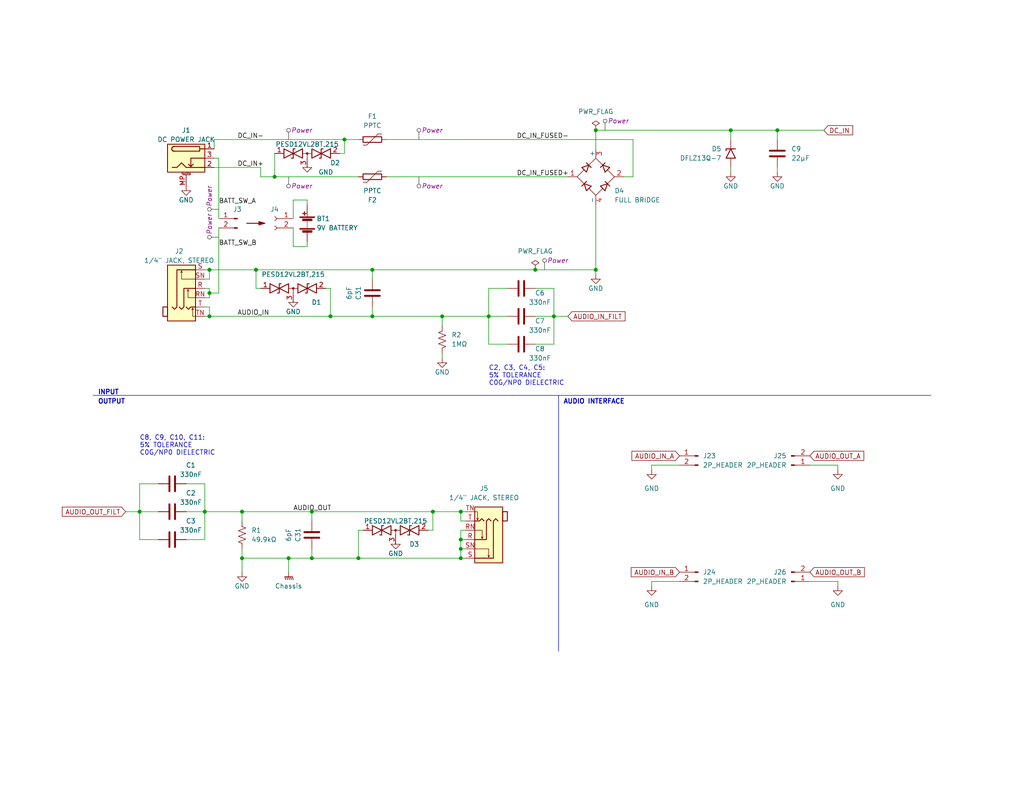
<source format=kicad_sch>
(kicad_sch (version 20230121) (generator eeschema)
  (paper "USLetter")
  (title_block (title "Baseboard") (date "2023-04-28") (rev "A") (company "Alessandro Rizzoni") (comment 1 "SCHEMATIC") (comment 2 "DRAFT") (comment 3 "AIR") (comment 5 "1: ALL COMPONENTS 25V RATING OR GREATER") (comment 6 "2: ALL RESISTORS LOW NOISE THIN FILM, 1% TOLERANCE OR SMALLER, 1/10W RATING OR GREATER") (comment 7 "3: ALL CAPACITORS MLCC, X5R OR X7R DIELECTRIC, 10% TOLERANCE OR SMALLER") (comment 8 "4: DO NOT POPULATE NOTE --TODO--") (comment 9 "5: PCB LAYOUT ACCORDING TO DATASHEET FOR ALL COMPONENTS"))
  (lib_symbols
    (symbol "Connector:Conn_01x02_Female" (pin_names (offset 1.016) hide)
      (property "Reference" "J" (at 0 2.54 0))
      (property "Value" "Conn_01x02_Female" (at 0 -5.08 0))
      (symbol "Conn_01x02_Female_1_1"
        (arc (start 0 -2.032) (mid -0.5058 -2.54) (end 0 -3.048) (stroke (width 0.1524)))
        (polyline (pts (xy -1.27 -2.54) (xy -0.508 -2.54)) (stroke (width 0.1524)))
        (polyline (pts (xy -1.27 0) (xy -0.508 0)) (stroke (width 0.1524)))
        (arc (start 0 0.508) (mid -0.5058 0) (end 0 -0.508) (stroke (width 0.1524)))
        (pin passive line (at -5.08 0 0) (length 3.81) (name "Pin_1") (number "1"))
        (pin passive line (at -5.08 -2.54 0) (length 3.81) (name "Pin_2") (number "2"))
      )
    )
    (symbol "Connector:Conn_01x02_Male" (pin_names (offset 1.016) hide)
      (property "Reference" "J" (at 0 2.54 0))
      (property "Value" "Conn_01x02_Male" (at 0 -5.08 0))
      (symbol "Conn_01x02_Male_1_1"
        (polyline (pts (xy 1.27 -2.54) (xy 0.8636 -2.54)) (stroke (width 0.1524)))
        (polyline (pts (xy 1.27 0) (xy 0.8636 0)) (stroke (width 0.1524)))
        (rectangle (start 0.8636 -2.413) (end 0 -2.667) (stroke (width 0.1524)) (fill (type outline)))
        (rectangle (start 0.8636 0.127) (end 0 -0.127) (stroke (width 0.1524)) (fill (type outline)))
        (pin passive line (at 5.08 0 180) (length 3.81) (name "Pin_1") (number "1"))
        (pin passive line (at 5.08 -2.54 180) (length 3.81) (name "Pin_2") (number "2"))
      )
    )
    (symbol "Device:Battery" (pin_numbers hide) (pin_names (offset 0) hide)
      (property "Reference" "BT" (at 2.54 2.54 0))
      (property "Value" "Battery" (at 2.54 0 0))
      (symbol "Battery_0_1"
        (rectangle (start -2.032 -1.397) (end 2.032 -1.651) (fill (type outline)))
        (rectangle (start -2.032 1.778) (end 2.032 1.524) (fill (type outline)))
        (rectangle (start -1.3208 -1.9812) (end 1.27 -2.4892) (fill (type outline)))
        (rectangle (start -1.3208 1.1938) (end 1.27 0.6858) (fill (type outline)))
        (polyline (pts (xy 0 -1.524) (xy 0 -1.27)))
        (polyline (pts (xy 0 -1.016) (xy 0 -0.762)))
        (polyline (pts (xy 0 -0.508) (xy 0 -0.254)))
        (polyline (pts (xy 0 0) (xy 0 0.254)))
        (polyline (pts (xy 0 0.508) (xy 0 0.762)))
        (polyline (pts (xy 0 1.778) (xy 0 2.54)))
        (polyline (pts (xy 0.254 2.667) (xy 1.27 2.667)) (stroke (width 0.254)))
        (polyline (pts (xy 0.762 3.175) (xy 0.762 2.159)) (stroke (width 0.254)))
      )
      (symbol "Battery_1_1"
        (pin passive line (at 0 5.08 270) (length 2.54) (name "+") (number "1"))
        (pin passive line (at 0 -5.08 90) (length 2.54) (name "-") (number "2"))
      )
    )
    (symbol "Device:C" (pin_numbers hide) (pin_names (offset 0.254))
      (property "Reference" "C" (at 0.635 2.54 0))
      (property "Value" "C" (at 0.635 -2.54 0))
      (symbol "C_0_1"
        (polyline (pts (xy -2.032 -0.762) (xy 2.032 -0.762)) (stroke (width 0.508)))
        (polyline (pts (xy -2.032 0.762) (xy 2.032 0.762)) (stroke (width 0.508)))
      )
      (symbol "C_1_1"
        (pin passive line (at 0 3.81 270) (length 2.794) (name "~") (number "1"))
        (pin passive line (at 0 -3.81 90) (length 2.794) (name "~") (number "2"))
      )
    )
    (symbol "Device:R_US" (pin_numbers hide) (pin_names (offset 0))
      (property "Reference" "R" (at 2.54 0 90))
      (property "Value" "R_US" (at -2.54 0 90))
      (symbol "R_US_0_1"
        (polyline (pts (xy 0 -2.286) (xy 0 -2.54)))
        (polyline (pts (xy 0 2.286) (xy 0 2.54)))
        (polyline (pts (xy 0 -0.762) (xy 1.016 -1.143) (xy 0 -1.524) (xy -1.016 -1.905) (xy 0 -2.286)))
        (polyline (pts (xy 0 0.762) (xy 1.016 0.381) (xy 0 0) (xy -1.016 -0.381) (xy 0 -0.762)))
        (polyline (pts (xy 0 2.286) (xy 1.016 1.905) (xy 0 1.524) (xy -1.016 1.143) (xy 0 0.762)))
      )
      (symbol "R_US_1_1"
        (pin passive line (at 0 3.81 270) (length 1.27) (name "~") (number "1"))
        (pin passive line (at 0 -3.81 90) (length 1.27) (name "~") (number "2"))
      )
    )
    (symbol "Graphic:SYM_Arrow_Normal" (pin_names (offset 1.016))
      (symbol "SYM_Arrow_Normal_0_1"
        (polyline (pts (xy 1.524 0) (xy -2.54 0)) (stroke (width 0.254)))
        (polyline (pts (xy 2.54 0) (xy 0.762 -0.508) (xy 0.762 0.508) (xy 2.54 0)) (fill (type outline)))
      )
    )
    (symbol "Library:1206L005/60WR" (pin_numbers hide) (pin_names (offset 0))
      (property "Reference" "F1" (at 0 6.35 90))
      (property "Value" "PPTC" (at 0 3.81 90))
      (symbol "1206L005/60WR_0_1"
        (rectangle (start -0.762 2.54) (end 0.762 -2.54) (stroke (width 0.254)))
        (polyline (pts (xy -1.524 2.54) (xy -1.524 1.524) (xy 1.524 -1.524) (xy 1.524 -2.54)))
      )
      (symbol "1206L005/60WR_1_1"
        (pin passive line (at 0 3.81 270) (length 1.27) (name "~") (number "1"))
        (pin passive line (at 0 -3.81 90) (length 1.27) (name "~") (number "2"))
      )
    )
    (symbol "Library:ACJS-IHS"
      (property "Reference" "J2" (at -1.905 11.43 0))
      (property "Value" "1/4\" JACK, STEREO" (at -1.905 8.89 0))
      (symbol "ACJS-IHS_0_1"
        (rectangle (start -6.35 -5.08) (end -5.08 -7.62) (stroke (width 0.254)))
        (polyline (pts (xy -1.27 4.826) (xy -1.016 4.318)))
        (polyline (pts (xy 0.508 -0.254) (xy 0.762 -0.762)))
        (polyline (pts (xy 1.778 -5.334) (xy 2.032 -5.842)))
        (polyline (pts (xy 0 -5.08) (xy 0.635 -5.715) (xy 1.27 -5.08) (xy 2.54 -5.08)) (stroke (width 0.254)))
        (polyline (pts (xy 2.54 -7.62) (xy 1.778 -7.62) (xy 1.778 -5.334) (xy 1.524 -5.842)))
        (polyline (pts (xy 2.54 -2.54) (xy 0.508 -2.54) (xy 0.508 -0.254) (xy 0.254 -0.762)))
        (polyline (pts (xy 2.54 2.54) (xy -1.27 2.54) (xy -1.27 4.826) (xy -1.524 4.318)))
        (polyline (pts (xy -1.905 -5.08) (xy -1.27 -5.715) (xy -0.635 -5.08) (xy -0.635 0) (xy 2.54 0)) (stroke (width 0.254)))
        (polyline (pts (xy 2.54 5.08) (xy -2.54 5.08) (xy -2.54 -5.08) (xy -3.175 -5.715) (xy -3.81 -5.08)) (stroke (width 0.254)))
        (rectangle (start 2.54 6.35) (end -5.08 -8.89) (stroke (width 0.254)) (fill (type background)))
      )
      (symbol "ACJS-IHS_1_1"
        (pin passive line (at 5.08 0 180) (length 2.54) (name "~") (number "R"))
        (pin passive line (at 5.08 -2.54 180) (length 2.54) (name "~") (number "RN"))
        (pin passive line (at 5.08 5.08 180) (length 2.54) (name "~") (number "S"))
        (pin passive line (at 5.08 2.54 180) (length 2.54) (name "~") (number "SN"))
        (pin passive line (at 5.08 -5.08 180) (length 2.54) (name "~") (number "T"))
        (pin passive line (at 5.08 -7.62 180) (length 2.54) (name "~") (number "TN"))
      )
    )
    (symbol "Library:Chassis" (pin_names (offset 0))
      (property "Value" "Chassis" (at 0 -3.302 0))
      (symbol "Chassis_0_1"
        (polyline (pts (xy 0 -1.27) (xy 0 0)))
        (polyline (pts (xy -1.016 -1.27) (xy -1.27 -2.032) (xy -1.27 -2.032)) (stroke (width 0.2032)))
        (polyline (pts (xy -0.508 -1.27) (xy -0.762 -2.032) (xy -0.762 -2.032)) (stroke (width 0.2032)))
        (polyline (pts (xy 0 -1.27) (xy -0.254 -2.032) (xy -0.254 -2.032)) (stroke (width 0.2032)))
        (polyline (pts (xy 0.508 -1.27) (xy 0.254 -2.032) (xy 0.254 -2.032)) (stroke (width 0.2032)))
        (polyline (pts (xy 1.016 -1.27) (xy -1.016 -1.27) (xy -1.016 -1.27)) (stroke (width 0.2032)))
        (polyline (pts (xy 1.016 -1.27) (xy 0.762 -2.032) (xy 0.762 -2.032) (xy 0.762 -2.032)) (stroke (width 0.2032)))
      )
      (symbol "Chassis_1_1"
        (pin power_in line (at 0 0 270) (length 0) hide (name "GNDPWR") (number "1"))
      )
    )
    (symbol "Library:DC_POWER_JACK" (pin_names hide)
      (property "Reference" "J1" (at 0 8.89 0))
      (property "Value" "DC POWER JACK" (at 0 6.35 0))
      (symbol "DC_POWER_JACK_0_1"
        (rectangle (start -5.08 3.81) (end 5.08 -3.81) (stroke (width 0.254)) (fill (type background)))
        (arc (start -3.302 3.175) (mid -3.9343 2.54) (end -3.302 1.905) (stroke (width 0.254)))
        (arc (start -3.302 3.175) (mid -3.9343 2.54) (end -3.302 1.905) (stroke (width 0.254)))
        (polyline (pts (xy 1.27 -2.286) (xy 1.905 -1.651)) (stroke (width 0.254)))
        (polyline (pts (xy 5.08 2.54) (xy 3.81 2.54)) (stroke (width 0.254)))
        (polyline (pts (xy -3.302 3.175) (xy 3.683 3.175) (xy 3.683 1.905) (xy -3.302 1.905)) (stroke (width 0.254)))
        (polyline (pts (xy 5.08 0) (xy 1.27 0) (xy 1.27 -2.286) (xy 0.635 -1.651)) (stroke (width 0.254)))
        (polyline (pts (xy -3.81 -2.54) (xy -2.54 -2.54) (xy -1.27 -1.27) (xy 0 -2.54) (xy 2.54 -2.54) (xy 5.08 -2.54)) (stroke (width 0.254)))
      )
      (symbol "DC_POWER_JACK_1_1"
        (polyline (pts (xy -1.016 -4.572) (xy 1.016 -4.572)) (stroke (width 0.1524)))
        (text "Mounting" (at 0 -4.191 0) (effects (font (size 0.381 0.381))))
        (pin passive line (at 7.62 2.54 180) (length 2.54) (name "~") (number "1"))
        (pin passive line (at 7.62 -2.54 180) (length 2.54) (name "~") (number "2"))
        (pin passive line (at 7.62 0 180) (length 2.54) (name "~") (number "3"))
        (pin passive line (at 0 -7.62 90) (length 3.048) (name "MountPin") (number "MP"))
      )
    )
    (symbol "Library:DFLZ13Q-7" (pin_numbers hide) (pin_names (offset 1.016) hide)
      (property "Reference" "D3" (at -2.54 1.27 90))
      (property "Value" "DFLZ13Q-7" (at -2.54 -1.27 90))
      (property "Footprint" "Diode_SMD:D_PowerDI-123" (at -2.54 -5.08 90))
      (property "Part Number" "DFLZ13Q-7" (at -5.08 -3.81 90))
      (symbol "DFLZ13Q-7_0_1"
        (polyline (pts (xy -1.27 -1.27) (xy -1.27 1.27) (xy -0.762 1.27)) (stroke (width 0.254)))
        (polyline (pts (xy 1.27 -1.27) (xy 1.27 1.27) (xy -1.27 0) (xy 1.27 -1.27)) (stroke (width 0.254)))
      )
      (symbol "DFLZ13Q-7_1_1"
        (pin passive line (at -3.81 0 0) (length 2.54) (name "K") (number "1"))
        (pin passive line (at 3.81 0 180) (length 2.54) (name "A") (number "2"))
      )
    )
    (symbol "Library:Ground" (power) (pin_names (offset 0))
      (property "Value" "Ground" (at 0 -3.81 0))
      (symbol "Ground_0_1"
        (polyline (pts (xy 0 0) (xy 0 -1.27) (xy 1.27 -1.27) (xy 0 -2.54) (xy -1.27 -1.27) (xy 0 -1.27)))
      )
      (symbol "Ground_1_1"
        (pin power_in line (at 0 0 270) (length 0) hide (name "GND") (number "1"))
      )
    )
    (symbol "Library:PESD12VL2BT,215" (pin_names (offset 1.016) hide)
      (property "Reference" "D1" (at 0 6.35 0))
      (property "Value" "PESD12VL2BT,215" (at 0 3.81 0))
      (symbol "PESD12VL2BT,215_0_0"
        (polyline (pts (xy 0 -1.27) (xy 0 0)))
      )
      (symbol "PESD12VL2BT,215_0_1"
        (polyline (pts (xy 1.27 0) (xy -1.27 0)))
        (polyline (pts (xy -3.302 1.27) (xy -3.81 1.27) (xy -3.81 -1.27) (xy -4.318 -1.27)) (stroke (width 0.254)))
        (polyline (pts (xy 4.318 1.27) (xy 3.81 1.27) (xy 3.81 -1.27) (xy 3.302 -1.27)) (stroke (width 0.254)))
        (polyline (pts (xy -6.35 1.27) (xy -1.27 -1.27) (xy -1.27 1.27) (xy -6.35 -1.27) (xy -6.35 1.27)) (stroke (width 0.254)))
        (polyline (pts (xy 6.35 1.27) (xy 1.27 -1.27) (xy 1.27 1.27) (xy 6.35 -1.27) (xy 6.35 1.27)) (stroke (width 0.254)))
        (circle (center 0 0) (radius 0.254) (fill (type outline)))
      )
      (symbol "PESD12VL2BT,215_1_1"
        (pin passive line (at -8.89 0 0) (length 2.54) (name "A1") (number "1"))
        (pin passive line (at 8.89 0 180) (length 2.54) (name "A2") (number "2"))
        (pin input line (at 0 -3.81 90) (length 2.54) (name "common") (number "3"))
      )
    )
    (symbol "Library:RH06T" (pin_names (offset 0))
      (property "Reference" "D2" (at 3.175 -6.35 90))
      (property "Value" "FULL BRIDGE" (at 5.08 -6.35 90))
      (symbol "RH06T_0_1"
        (polyline (pts (xy -2.54 3.81) (xy -1.27 2.54)) (stroke (width 0.254)))
        (polyline (pts (xy -1.27 -2.54) (xy -2.54 -3.81)) (stroke (width 0.254)))
        (polyline (pts (xy 2.54 -1.27) (xy 3.81 -2.54)) (stroke (width 0.254)))
        (polyline (pts (xy 2.54 1.27) (xy 3.81 2.54)) (stroke (width 0.254)))
        (polyline (pts (xy -3.175 1.905) (xy -5.08 0) (xy -3.175 -1.905)))
        (polyline (pts (xy -1.905 -3.175) (xy 0 -5.08) (xy 1.905 -3.175)))
        (polyline (pts (xy 1.905 3.175) (xy 0 5.08) (xy -1.905 3.175)))
        (polyline (pts (xy 3.175 -1.905) (xy 5.08 0) (xy 3.175 1.905)))
        (polyline (pts (xy -3.81 2.54) (xy -2.54 1.27) (xy -1.905 3.175) (xy -3.81 2.54)) (stroke (width 0.254)))
        (polyline (pts (xy -2.54 -1.27) (xy -3.81 -2.54) (xy -1.905 -3.175) (xy -2.54 -1.27)) (stroke (width 0.254)))
        (polyline (pts (xy 1.27 2.54) (xy 2.54 3.81) (xy 3.175 1.905) (xy 1.27 2.54)) (stroke (width 0.254)))
        (polyline (pts (xy 3.175 -1.905) (xy 1.27 -2.54) (xy 2.54 -3.81) (xy 3.175 -1.905)) (stroke (width 0.254)))
      )
      (symbol "RH06T_1_1"
        (pin passive line (at 0 -7.62 90) (length 2.54) (name "~") (number "1"))
        (pin passive line (at 0 7.62 270) (length 2.54) (name "~") (number "2"))
        (pin passive line (at 7.62 0 180) (length 2.54) (name "+") (number "3"))
        (pin passive line (at -7.62 0 0) (length 2.54) (name "-") (number "4"))
      )
    )
    (symbol "PWR_FLAG_1" (power) (pin_numbers hide) (pin_names (offset 0) hide)
      (property "Value" "PWR_FLAG_1" (at 0 3.81 0))
      (symbol "PWR_FLAG_1_0_0"
        (pin power_out line (at 0 0 90) (length 0) (name "pwr") (number "1"))
      )
      (symbol "PWR_FLAG_1_0_1"
        (polyline (pts (xy 0 0) (xy 0 1.27) (xy -1.016 1.905) (xy 0 2.54) (xy 1.016 1.905) (xy 0 1.27)))
      )
    )
    (symbol "power:PWR_FLAG" (power) (pin_numbers hide) (pin_names (offset 0) hide)
      (property "Value" "PWR_FLAG" (at 0 3.81 0))
      (symbol "PWR_FLAG_0_0"
        (pin power_out line (at 0 0 90) (length 0) (name "pwr") (number "1"))
      )
      (symbol "PWR_FLAG_0_1"
        (polyline (pts (xy 0 0) (xy 0 1.27) (xy -1.016 1.905) (xy 0 2.54) (xy 1.016 1.905) (xy 0 1.27)))
      )
    )
  )
  (junction (at 57.15 80.01))
  (junction (at 146.05 73.66))
  (junction (at 90.17 86.36))
  (junction (at 151.13 86.36))
  (junction (at 57.15 86.36))
  (junction (at 212.09 35.56))
  (junction (at 66.04 139.7))
  (junction (at 199.39 35.56))
  (junction (at 125.73 152.4))
  (junction (at 57.15 73.66))
  (junction (at 162.56 35.56))
  (junction (at 85.09 139.7))
  (junction (at 125.73 149.86))
  (junction (at 101.6 86.36))
  (junction (at 74.93 48.26))
  (junction (at 78.74 152.4))
  (junction (at 97.79 152.4))
  (junction (at 118.11 139.7))
  (junction (at 120.65 86.36))
  (junction (at 125.73 139.7))
  (junction (at 133.35 86.36))
  (junction (at 38.1 139.7))
  (junction (at 69.85 73.66))
  (junction (at 93.98 38.1))
  (junction (at 125.73 147.32))
  (junction (at 101.6 73.66))
  (junction (at 162.56 73.66))
  (junction (at 66.04 152.4))
  (junction (at 85.09 152.4))
  (junction (at 55.88 139.7))
  (wire (pts (xy 55.88 147.32) (xy 50.8 147.32)))
  (wire (pts (xy 228.6 160.02) (xy 228.6 158.75)))
  (wire (pts (xy 90.17 78.74) (xy 90.17 86.36)))
  (wire (pts (xy 83.82 44.45) (xy 83.82 45.72)))
  (wire (pts (xy 58.42 43.18) (xy 59.69 43.18)))
  (wire (pts (xy 97.79 144.78) (xy 97.79 152.4)))
  (wire (pts (xy 120.65 96.52) (xy 120.65 97.79)))
  (wire (pts (xy 59.69 62.23) (xy 59.69 80.01)))
  (wire (pts (xy 133.35 86.36) (xy 133.35 93.98)))
  (wire (pts (xy 80.01 81.28) (xy 80.01 82.55)))
  (wire (pts (xy 57.15 86.36) (xy 57.15 83.82)))
  (wire (pts (xy 57.15 80.01) (xy 59.69 80.01)))
  (wire (pts (xy 162.56 35.56) (xy 162.56 40.64)))
  (wire (pts (xy 38.1 147.32) (xy 43.18 147.32)))
  (wire (pts (xy 57.15 73.66) (xy 57.15 76.2)))
  (wire (pts (xy 71.12 78.74) (xy 69.85 78.74)))
  (wire (pts (xy 80.01 67.31) (xy 83.82 67.31)))
  (polyline (pts (xy 152.4 107.95) (xy 152.4 177.8)))
  (wire (pts (xy 151.13 78.74) (xy 151.13 86.36)))
  (wire (pts (xy 50.8 139.7) (xy 55.88 139.7)))
  (wire (pts (xy 127 144.78) (xy 125.73 144.78)))
  (wire (pts (xy 57.15 86.36) (xy 90.17 86.36)))
  (wire (pts (xy 228.6 158.75) (xy 220.98 158.75)))
  (wire (pts (xy 85.09 152.4) (xy 85.09 149.86)))
  (wire (pts (xy 151.13 86.36) (xy 154.94 86.36)))
  (wire (pts (xy 133.35 93.98) (xy 138.43 93.98)))
  (wire (pts (xy 57.15 78.74) (xy 57.15 80.01)))
  (polyline (pts (xy 139.7 107.95) (xy 254 107.95)))
  (wire (pts (xy 162.56 55.88) (xy 162.56 73.66)))
  (wire (pts (xy 162.56 35.56) (xy 199.39 35.56)))
  (wire (pts (xy 125.73 149.86) (xy 127 149.86)))
  (wire (pts (xy 55.88 139.7) (xy 66.04 139.7)))
  (wire (pts (xy 85.09 139.7) (xy 85.09 142.24)))
  (wire (pts (xy 55.88 81.28) (xy 57.15 81.28)))
  (wire (pts (xy 120.65 86.36) (xy 120.65 88.9)))
  (wire (pts (xy 146.05 86.36) (xy 151.13 86.36)))
  (wire (pts (xy 125.73 147.32) (xy 127 147.32)))
  (wire (pts (xy 92.71 41.91) (xy 93.98 41.91)))
  (wire (pts (xy 66.04 152.4) (xy 78.74 152.4)))
  (wire (pts (xy 146.05 78.74) (xy 151.13 78.74)))
  (wire (pts (xy 57.15 81.28) (xy 57.15 80.01)))
  (wire (pts (xy 199.39 35.56) (xy 212.09 35.56)))
  (wire (pts (xy 125.73 142.24) (xy 125.73 139.7)))
  (wire (pts (xy 93.98 38.1) (xy 93.98 41.91)))
  (wire (pts (xy 162.56 73.66) (xy 162.56 74.93)))
  (wire (pts (xy 133.35 78.74) (xy 133.35 86.36)))
  (wire (pts (xy 58.42 38.1) (xy 93.98 38.1)))
  (wire (pts (xy 74.93 48.26) (xy 97.79 48.26)))
  (wire (pts (xy 80.01 54.61) (xy 80.01 59.69)))
  (wire (pts (xy 120.65 86.36) (xy 133.35 86.36)))
  (wire (pts (xy 125.73 149.86) (xy 125.73 152.4)))
  (wire (pts (xy 71.12 48.26) (xy 71.12 45.72)))
  (wire (pts (xy 146.05 73.66) (xy 162.56 73.66)))
  (wire (pts (xy 212.09 35.56) (xy 212.09 38.1)))
  (wire (pts (xy 177.8 160.02) (xy 177.8 158.75)))
  (wire (pts (xy 66.04 139.7) (xy 85.09 139.7)))
  (wire (pts (xy 172.72 38.1) (xy 172.72 48.26)))
  (wire (pts (xy 38.1 139.7) (xy 38.1 147.32)))
  (wire (pts (xy 116.84 144.78) (xy 118.11 144.78)))
  (wire (pts (xy 212.09 45.72) (xy 212.09 46.99)))
  (wire (pts (xy 105.41 38.1) (xy 172.72 38.1)))
  (wire (pts (xy 55.88 86.36) (xy 57.15 86.36)))
  (wire (pts (xy 83.82 54.61) (xy 80.01 54.61)))
  (wire (pts (xy 80.01 62.23) (xy 80.01 67.31)))
  (wire (pts (xy 71.12 48.26) (xy 74.93 48.26)))
  (wire (pts (xy 105.41 48.26) (xy 154.94 48.26)))
  (wire (pts (xy 228.6 128.27) (xy 228.6 127)))
  (wire (pts (xy 59.69 43.18) (xy 59.69 59.69)))
  (wire (pts (xy 69.85 73.66) (xy 101.6 73.66)))
  (wire (pts (xy 170.18 48.26) (xy 172.72 48.26)))
  (wire (pts (xy 83.82 67.31) (xy 83.82 66.04)))
  (wire (pts (xy 58.42 45.72) (xy 71.12 45.72)))
  (wire (pts (xy 55.88 83.82) (xy 57.15 83.82)))
  (wire (pts (xy 107.95 147.32) (xy 107.95 148.59)))
  (wire (pts (xy 66.04 139.7) (xy 66.04 142.24)))
  (wire (pts (xy 55.88 73.66) (xy 57.15 73.66)))
  (wire (pts (xy 74.93 41.91) (xy 74.93 48.26)))
  (wire (pts (xy 101.6 73.66) (xy 146.05 73.66)))
  (wire (pts (xy 83.82 54.61) (xy 83.82 55.88)))
  (wire (pts (xy 228.6 127) (xy 220.98 127)))
  (wire (pts (xy 177.8 158.75) (xy 185.42 158.75)))
  (wire (pts (xy 55.88 139.7) (xy 55.88 147.32)))
  (wire (pts (xy 118.11 139.7) (xy 125.73 139.7)))
  (wire (pts (xy 212.09 35.56) (xy 224.79 35.56)))
  (wire (pts (xy 99.06 144.78) (xy 97.79 144.78)))
  (wire (pts (xy 78.74 152.4) (xy 78.74 156.21)))
  (wire (pts (xy 101.6 86.36) (xy 120.65 86.36)))
  (wire (pts (xy 43.18 132.08) (xy 38.1 132.08)))
  (wire (pts (xy 125.73 139.7) (xy 127 139.7)))
  (wire (pts (xy 69.85 73.66) (xy 69.85 78.74)))
  (wire (pts (xy 199.39 45.72) (xy 199.39 46.99)))
  (wire (pts (xy 125.73 152.4) (xy 127 152.4)))
  (wire (pts (xy 66.04 152.4) (xy 66.04 156.21)))
  (wire (pts (xy 133.35 86.36) (xy 138.43 86.36)))
  (wire (pts (xy 93.98 38.1) (xy 97.79 38.1)))
  (wire (pts (xy 38.1 132.08) (xy 38.1 139.7)))
  (wire (pts (xy 151.13 86.36) (xy 151.13 93.98)))
  (wire (pts (xy 127 142.24) (xy 125.73 142.24)))
  (wire (pts (xy 58.42 38.1) (xy 58.42 40.64)))
  (polyline (pts (xy 25.4 107.95) (xy 139.7 107.95)))
  (wire (pts (xy 177.8 128.27) (xy 177.8 127)))
  (wire (pts (xy 85.09 152.4) (xy 97.79 152.4)))
  (wire (pts (xy 55.88 78.74) (xy 57.15 78.74)))
  (wire (pts (xy 57.15 73.66) (xy 69.85 73.66)))
  (wire (pts (xy 151.13 93.98) (xy 146.05 93.98)))
  (wire (pts (xy 50.8 132.08) (xy 55.88 132.08)))
  (wire (pts (xy 38.1 139.7) (xy 43.18 139.7)))
  (wire (pts (xy 88.9 78.74) (xy 90.17 78.74)))
  (wire (pts (xy 125.73 144.78) (xy 125.73 147.32)))
  (wire (pts (xy 118.11 144.78) (xy 118.11 139.7)))
  (wire (pts (xy 90.17 86.36) (xy 101.6 86.36)))
  (wire (pts (xy 85.09 152.4) (xy 78.74 152.4)))
  (wire (pts (xy 66.04 149.86) (xy 66.04 152.4)))
  (wire (pts (xy 138.43 78.74) (xy 133.35 78.74)))
  (wire (pts (xy 177.8 127) (xy 185.42 127)))
  (wire (pts (xy 85.09 139.7) (xy 118.11 139.7)))
  (wire (pts (xy 55.88 132.08) (xy 55.88 139.7)))
  (wire (pts (xy 55.88 76.2) (xy 57.15 76.2)))
  (wire (pts (xy 101.6 83.82) (xy 101.6 86.36)))
  (wire (pts (xy 97.79 152.4) (xy 125.73 152.4)))
  (wire (pts (xy 101.6 73.66) (xy 101.6 76.2)))
  (wire (pts (xy 125.73 147.32) (xy 125.73 149.86)))
  (wire (pts (xy 199.39 38.1) (xy 199.39 35.56)))
  (wire (pts (xy 34.29 139.7) (xy 38.1 139.7)))
  (text "OUTPUT" (at 26.67 110.49 0) (effects (font (size 1.27 1.27) (thickness 0.254) bold) (justify left bottom)))
  (text "AUDIO INTERFACE" (at 153.67 110.49 0) (effects (font (size 1.27 1.27) (thickness 0.254) bold) (justify left bottom)))
  (text "INPUT\n" (at 26.67 107.95 0) (effects (font (size 1.27 1.27) (thickness 0.254) bold) (justify left bottom)))
  (text "C2, C3, C4, C5:\n5% TOLERANCE\nC0G/NP0 DIELECTRIC" (at 133.35 105.41 0) (effects (font (size 1.27 1.27)) (justify left bottom)))
  (text "C8, C9, C10, C11:\n5% TOLERANCE\nC0G/NP0 DIELECTRIC" (at 38.1 124.46 0) (effects (font (size 1.27 1.27)) (justify left bottom)))
  (label "AUDIO_OUT" (at 80.01 139.7 0))
  (label "BATT_SW_A" (at 59.69 55.88 0))
  (label "DC_IN-" (at 64.77 38.1 0))
  (label "DC_IN_FUSED+" (at 140.97 48.26 0))
  (label "DC_IN_FUSED-" (at 140.97 38.1 0))
  (label "BATT_SW_B" (at 59.69 67.31 0))
  (label "AUDIO_IN" (at 64.77 86.36 0))
  (label "DC_IN+" (at 64.77 45.72 0))
  (global_label "AUDIO_OUT_B" (shape input) (at 220.98 156.21 0) (property "Intersheetrefs" "${INTERSHEET_REFS}" (effects hide)))
  (global_label "AUDIO_IN_FILT" (shape input) (at 154.94 86.36 0) (property "Intersheetrefs" "${INTERSHEET_REFS}" (effects hide)))
  (global_label "AUDIO_IN_B" (shape input) (at 185.42 156.21 180) (property "Intersheetrefs" "${INTERSHEET_REFS}" (effects hide)))
  (global_label "AUDIO_IN_A" (shape input) (at 185.42 124.46 180) (property "Intersheetrefs" "${INTERSHEET_REFS}" (effects hide)))
  (global_label "DC_IN" (shape input) (at 224.79 35.56 0) (property "Intersheetrefs" "${INTERSHEET_REFS}" (effects hide)))
  (global_label "AUDIO_OUT_FILT" (shape input) (at 34.29 139.7 180) (property "Intersheetrefs" "${INTERSHEET_REFS}" (effects hide)))
  (global_label "AUDIO_OUT_A" (shape input) (at 220.98 124.46 0) (property "Intersheetrefs" "${INTERSHEET_REFS}" (effects hide)))
  (netclass_flag "" (length 2.54) (shape round) (at 59.69 57.15 90) (property "Netclass" "Power" (at 57.15 56.4515 90) (effects (font italic) (justify left))))
  (netclass_flag "" (length 2.54) (shape round) (at 59.69 64.77 90) (property "Netclass" "Power" (at 57.15 64.0715 90) (effects (font italic) (justify left))))
  (netclass_flag "" (length 2.54) (shape round) (at 78.74 38.1 0) (property "Netclass" "Power" (at 79.4385 35.56 0) (effects (font italic) (justify left))))
  (netclass_flag "" (length 2.54) (shape round) (at 114.3 38.1 0) (property "Netclass" "Power" (at 114.9985 35.56 0) (effects (font italic) (justify left))))
  (netclass_flag "" (length 2.54) (shape round) (at 78.74 48.26 180) (property "Netclass" "Power" (at 79.4385 50.8 0) (effects (font italic) (justify left))))
  (netclass_flag "" (length 2.54) (shape round) (at 165.1 35.56 0) (property "Netclass" "Power" (at 165.7985 33.02 0) (effects (font italic) (justify left))))
  (netclass_flag "" (length 2.54) (shape round) (at 114.3 48.26 180) (property "Netclass" "Power" (at 114.9985 50.8 0) (effects (font italic) (justify left))))
  (netclass_flag "" (length 2.54) (shape round) (at 148.59 73.66 0) (property "Netclass" "Power" (at 149.2885 71.12 0) (effects (font italic) (justify left))))
  (symbol (lib_id "Library:Ground") (at 177.8 128.27 0) (unit 1)
    (property "Reference" "#PWR024" (effects hide))
    (property "Value" "Ground" (at 177.8 133.35 0))
    (instances (project "1590N1 IO Board" (path "" (reference "#PWR060") (unit 1)) (path "" (reference "#PWR056") (unit 1))))
  )
  (symbol (lib_id "Library:RH06T") (at 162.56 48.26 270) (mirror x) (unit 1)
    (property "Reference" "D4" (at 167.64 52.07 90) (effects (justify left)))
    (property "Value" "FULL BRIDGE" (at 167.64 54.61 90) (effects (justify left)))
    (property "Footprint" "Package_TO_SOT_SMD:TO-269AA" (effects hide))
    (property "Datasheet" "http://www.vishay.com/docs/88573/dfs.pdf" (effects hide))
    (property "Manufacturer" "Didoes Incorporated" (effects hide))
    (property "Part Number" "RH06-T" (effects hide))
  )
  (symbol (lib_id "Connector:Conn_01x02_Male") (at 215.9 127 0) (mirror x) (unit 1)
    (property "Reference" "J10" (at 214.63 124.4599 0) (effects (justify right)))
    (property "Value" "2P_HEADER" (at 214.63 126.9999 0) (effects (justify right)))
    (property "Footprint" "Connector_PinSocket_2.54mm:PinSocket_1x02_P2.54mm_Vertical" (effects hide))
    (property "Manufacturer" "Samtec" (effects hide))
    (instances (project "1590N1 IO Board" (path "" (reference "J25") (unit 1)) (path "" (reference "J25") (unit 1))))
  )
  (symbol (lib_id "Connector:Conn_01x02_Male") (at 190.5 156.21 0) (mirror y) (unit 1)
    (property "Reference" "J9" (at 191.77 156.2099 0) (effects (justify right)))
    (property "Value" "2P_HEADER" (at 191.77 158.7499 0) (effects (justify right)))
    (property "Footprint" "Connector_PinSocket_2.54mm:PinSocket_1x02_P2.54mm_Vertical" (effects hide))
    (property "Manufacturer" "Samtec" (effects hide))
    (instances (project "1590N1 IO Board" (path "" (reference "J24") (unit 1)) (path "" (reference "J24") (unit 1))))
  )
  (symbol (lib_id "Library:PESD12VL2BT,215") (at 80.01 78.74 0) (unit 1)
    (property "Reference" "D1" (at 86.36 82.55 0))
    (property "Value" "PESD12VL2BT,215" (at 80.01 74.93 0))
    (property "Footprint" "Package_TO_SOT_SMD:SOT-23" (effects hide))
    (property "Datasheet" "https://assets.nexperia.com/documents/data-sheet/PESDXL2BT_SER.pdf" (effects hide))
    (property "Manufacturer" "Nexperia" (effects hide))
    (property "Part Number" "PESD12VL2BT215" (effects hide))
  )
  (symbol (lib_id "Library:PESD12VL2BT,215") (at 107.95 144.78 0) (unit 1)
    (property "Reference" "D3" (at 113.03 148.59 0))
    (property "Value" "PESD12VL2BT,215" (at 107.95 142.24 0))
    (property "Footprint" "Package_TO_SOT_SMD:SOT-23" (effects hide))
    (property "Datasheet" "https://assets.nexperia.com/documents/data-sheet/PESDXL2BT_SER.pdf" (effects hide))
    (property "Manufacturer" "Nexperia" (effects hide))
    (property "Part Number" "PESD12VL2BT215" (effects hide))
  )
  (symbol (lib_id "Connector:Conn_01x02_Female") (at 74.93 59.69 0) (mirror y) (unit 1) (on_board no)
    (property "Reference" "J4" (at 74.93 57.15 0))
    (property "Value" "6-440129-2" (effects hide))
    (property "Footprint" "N/A" (effects hide))
    (property "Datasheet" "https://www.te.com/commerce/DocumentDelivery/DDEController?Action=srchrtrv&DocNm=1-1773713-2_HPI_QRG_EN&DocType=Data+Sheet&DocLang=English&DocFormat=pdf&PartCntxt=6-440129-2" (effects hide))
    (property "Manufacturer" "TE Connectivity AMP Connectors" (effects hide))
    (property "Part Number" "6-440129-2" (effects hide))
  )
  (symbol (lib_id "Library:ACJS-IHS") (at 50.8 78.74 0) (unit 1)
    (property "Reference" "J2" (at 48.895 68.58 0))
    (property "Value" "1/4\" JACK, STEREO" (at 48.895 71.12 0))
    (property "Footprint" "Library:Amphenol_ACJS-IHS" (effects hide))
    (property "Datasheet" "https://www.amphenol-sine.com/pdf/datasheet/ACJS-IHS.pdf" (effects hide))
    (property "Manufacturer" "Amphenol Audio" (effects hide))
    (property "Part Number" "ACJS-IHS" (effects hide))
  )
  (symbol (lib_id "Device:C") (at 85.09 146.05 0) (unit 1)
    (property "Reference" "C31" (at 81.28 146.05 90))
    (property "Value" "6pF" (at 78.74 146.05 90))
    (property "Footprint" "Capacitor_SMD:C_0603_1608Metric" (effects hide))
    (property "Datasheet" "https://product.tdk.com/system/files/dam/doc/product/capacitor/ceramic/mlcc/catalog/mlcc_automotive_general_en.pdf" (effects hide))
    (property "Manufacturer" "TDK" (effects hide))
    (property "Part Number" "CGA3E2C0G1H060D080AA" (effects hide))
    (instances (project "1590N1 IO Board" (path "" (reference "C31") (unit 1)) (path "" (reference "C5") (unit 1))))
  )
  (symbol (lib_id "Library:DC_POWER_JACK") (at 50.8 43.18 0) (unit 1)
    (property "Reference" "J1" (at 50.8 35.56 0))
    (property "Value" "DC POWER JACK" (at 50.8 38.1 0))
    (property "Footprint" "Library:CUI_PJ-047" (effects hide))
    (property "Datasheet" "https://www.cuidevices.com/product/resource/pj-047a.pdf" (effects hide))
    (property "Manufacturer" "CUI" (effects hide))
    (property "Part Number" "PJ-047A" (effects hide))
  )
  (symbol (lib_id "Library:Ground") (at 83.82 44.45 0) (mirror y) (unit 1)
    (property "Reference" "#PWR03" (effects hide))
    (property "Value" "Ground" (at 88.9 46.99 0))
  )
  (symbol (lib_id "Library:Ground") (at 228.6 128.27 0) (mirror y) (unit 1)
    (property "Reference" "#PWR026" (effects hide))
    (property "Value" "Ground" (at 228.6 133.35 0))
    (instances (project "1590N1 IO Board" (path "" (reference "#PWR062") (unit 1)) (path "" (reference "#PWR058") (unit 1))))
  )
  (symbol (lib_id "Connector:Conn_01x02_Male") (at 190.5 124.46 0) (mirror y) (unit 1)
    (property "Reference" "J8" (at 191.77 124.4599 0) (effects (justify right)))
    (property "Value" "2P_HEADER" (at 191.77 126.9999 0) (effects (justify right)))
    (property "Footprint" "Connector_PinSocket_2.54mm:PinSocket_1x02_P2.54mm_Vertical" (effects hide))
    (property "Manufacturer" "Samtec" (effects hide))
    (instances (project "1590N1 IO Board" (path "" (reference "J23") (unit 1)) (path "" (reference "J23") (unit 1))))
  )
  (symbol (lib_id "Library:DFLZ13Q-7") (at 199.39 41.91 90) (mirror x) (unit 1)
    (property "Reference" "D5" (at 196.85 40.64 90) (effects (justify left)))
    (property "Value" "DFLZ13Q-7" (at 196.85 43.18 90) (effects (justify left)))
    (property "Footprint" "Diode_SMD:D_PowerDI-123" (effects hide))
    (property "Datasheet" "https://www.diodes.com/assets/Datasheets/DFLZxxQ.pdf" (effects hide))
    (property "Manufacturer" "Diodes Incorporated" (effects hide))
    (property "Part Number" "DFLZ13Q-7" (effects hide))
  )
  (symbol (lib_id "Graphic:SYM_Arrow_Normal") (at 69.85 60.96 0) (unit 1) (in_bom no) (on_board no)
    (property "Reference" "#SYM1" (effects hide))
    (property "Value" "SYM_Arrow_Normal" (effects hide))
  )
  (symbol (lib_id "Library:1206L005/60WR") (at 101.6 48.26 270) (unit 1)
    (property "Reference" "F2" (at 101.6 54.61 90))
    (property "Value" "PPTC" (at 101.6 52.07 90))
    (property "Footprint" "Fuse:Fuse_1206_3216Metric" (effects hide))
    (property "Datasheet" "https://www.littelfuse.com/~/media/electronics/datasheets/resettable_ptcs/littelfuse_ptc_1206l_datasheet.pdf.pdf" (effects hide))
    (property "Part Number" "1206L005/60WR" (effects hide))
    (property "Manufacturer" "Littelfuse" (effects hide))
  )
  (symbol (lib_id "power:PWR_FLAG") (at 162.56 35.56 0) (unit 1)
    (property "Reference" "#FLG02" (effects hide))
    (property "Value" "PWR_FLAG" (at 162.56 30.48 0))
  )
  (symbol (lib_id "Connector:Conn_01x02_Male") (at 215.9 158.75 0) (mirror x) (unit 1)
    (property "Reference" "J11" (at 214.63 156.2099 0) (effects (justify right)))
    (property "Value" "2P_HEADER" (at 214.63 158.7499 0) (effects (justify right)))
    (property "Footprint" "Connector_PinSocket_2.54mm:PinSocket_1x02_P2.54mm_Vertical" (effects hide))
    (property "Manufacturer" "Samtec" (effects hide))
    (instances (project "1590N1 IO Board" (path "" (reference "J26") (unit 1)) (path "" (reference "J26") (unit 1))))
  )
  (symbol (lib_id "Device:R_US") (at 120.65 92.71 0) (mirror y) (unit 1)
    (property "Reference" "R2" (at 123.19 91.44 0) (effects (justify right)))
    (property "Value" "1MΩ" (at 123.19 93.98 0) (effects (justify right)))
    (property "Footprint" "Resistor_SMD:R_0603_1608Metric" (effects hide))
    (property "Datasheet" "https://www.koaspeer.com/products/resistors/thin-film/rn73h/" (effects hide))
    (property "Manufacturer" "Koa Speer" (effects hide))
    (property "Part Number" "RN73H1JTTD1004F100" (effects hide))
  )
  (symbol (lib_id "Device:C") (at 212.09 41.91 180) (unit 1)
    (property "Reference" "C9" (at 215.9 40.64 0) (effects (justify right)))
    (property "Value" "22μF" (at 215.9 43.18 0) (effects (justify right)))
    (property "Footprint" "Capacitor_SMD:C_0805_2012Metric" (effects hide))
    (property "Datasheet" "https://www.murata.com/en-us/products/capacitor/ceramiccapacitor/overview/lineup/smd/grm#anchor-2" (effects hide))
    (property "Manufacturer" "Murata" (effects hide))
    (property "Part Number" "GRM21BR61E226ME44L" (effects hide))
  )
  (symbol (lib_id "Library:Ground") (at 212.09 46.99 0) (unit 1)
    (property "Reference" "#PWR09" (effects hide))
    (property "Value" "Ground" (at 212.09 50.8 0))
  )
  (symbol (lib_id "Connector:Conn_01x02_Male") (at 64.77 59.69 0) (mirror y) (unit 1)
    (property "Reference" "J3" (at 64.77 57.15 0))
    (property "Value" "6-440054-2" (effects hide))
    (property "Footprint" "Library:TE_HPI_2.0MM_PITCH_MALE_HEADER_2POS" (effects hide))
    (property "Datasheet" "https://www.te.com/commerce/DocumentDelivery/DDEController?Action=srchrtrv&DocNm=1-1773713-2_HPI_QRG_EN&DocType=Data+Sheet&DocLang=English&DocFormat=pdf&PartCntxt=6-440129-2" (effects hide))
    (property "Manufacturer" "TE Connectivity AMP Connectors" (effects hide))
    (property "Part Number" "6-440054-2" (effects hide))
  )
  (symbol (lib_id "Library:Ground") (at 199.39 46.99 0) (mirror y) (unit 1)
    (property "Reference" "#PWR08" (effects hide))
    (property "Value" "Ground" (at 199.39 50.8 0))
  )
  (symbol (lib_id "Library:Chassis") (at 78.74 156.21 0) (mirror y) (unit 1)
    (property "Reference" "G1" (effects hide))
    (property "Value" "Chassis" (at 78.74 160.02 0))
    (property "Footprint" "Library:Harwin_EMI_Finger_S7061-46R" (effects hide))
    (property "Datasheet" "https://cdn.harwin.com/pdfs/Harwin_Product_Catalog_page_281.pdf" (effects hide))
    (property "Manufacturer" "Harwin" (effects hide))
    (property "Part Number" "S7061-46R" (effects hide))
  )
  (symbol (lib_id "Library:Ground") (at 50.8 50.8 0) (unit 1)
    (property "Reference" "#PWR01" (effects hide))
    (property "Value" "Ground" (at 50.8 54.61 0))
  )
  (symbol (lib_id "Library:ACJS-IHS") (at 132.08 147.32 180) (unit 1)
    (property "Reference" "J5" (at 132.08 133.35 0))
    (property "Value" "1/4\" JACK, STEREO" (at 132.08 135.89 0))
    (property "Footprint" "Library:Amphenol_ACJS-IHS" (effects hide))
    (property "Datasheet" "https://www.amphenol-sine.com/pdf/datasheet/ACJS-IHS.pdf" (effects hide))
    (property "Manufacturer" "Amphenol Audio" (effects hide))
    (property "Part Number" "ACJS-IHS" (effects hide))
  )
  (symbol (lib_id "Device:C") (at 142.24 93.98 90) (unit 1)
    (property "Reference" "C8" (at 147.32 95.25 90))
    (property "Value" "330nF" (at 147.32 97.79 90))
    (property "Footprint" "Capacitor_SMD:C_1206_3216Metric" (effects hide))
    (property "Datasheet" "https://www.murata.com/en-us/products/capacitor/ceramiccapacitor/overview/lineup/smd/grm#anchor-2" (effects hide))
    (property "Manufacturer" "Murata" (effects hide))
    (property "Part Number" "GRM31C5C1E334JE01L" (effects hide))
  )
  (symbol (lib_id "Device:C") (at 46.99 139.7 90) (unit 1)
    (property "Reference" "C2" (at 52.07 134.62 90))
    (property "Value" "330nF" (at 52.07 137.16 90))
    (property "Footprint" "Capacitor_SMD:C_1206_3216Metric" (effects hide))
    (property "Datasheet" "https://www.murata.com/en-us/products/capacitor/ceramiccapacitor/overview/lineup/smd/grm#anchor-2" (effects hide))
    (property "Manufacturer" "Murata" (effects hide))
    (property "Part Number" "GRM31C5C1E334JE01L" (effects hide))
  )
  (symbol (lib_id "Library:Ground") (at 80.01 81.28 0) (unit 1)
    (property "Reference" "#PWR02" (effects hide))
    (property "Value" "Ground" (at 80.01 85.09 0))
  )
  (symbol (lib_id "Device:C") (at 46.99 132.08 90) (unit 1)
    (property "Reference" "C1" (at 52.07 127 90))
    (property "Value" "330nF" (at 52.07 129.54 90))
    (property "Footprint" "Capacitor_SMD:C_1206_3216Metric" (effects hide))
    (property "Datasheet" "https://www.murata.com/en-us/products/capacitor/ceramiccapacitor/overview/lineup/smd/grm#anchor-2" (effects hide))
    (property "Manufacturer" "Murata" (effects hide))
    (property "Part Number" "GRM31C5C1E334JE01L" (effects hide))
  )
  (symbol (lib_id "Library:Ground") (at 66.04 156.21 0) (mirror y) (unit 1)
    (property "Reference" "#PWR04" (effects hide))
    (property "Value" "Ground" (at 66.04 160.02 0))
  )
  (symbol (lib_id "Library:Ground") (at 107.95 147.32 0) (mirror y) (unit 1)
    (property "Reference" "#PWR06" (effects hide))
    (property "Value" "Ground" (at 107.95 151.13 0))
  )
  (symbol (lib_id "Device:Battery") (at 83.82 60.96 0) (mirror y) (unit 1) (in_bom no) (on_board no)
    (property "Reference" "BT1" (at 86.36 59.69 0) (effects (justify right)))
    (property "Value" "9V BATTERY" (at 86.36 62.23 0) (effects (justify right)))
    (property "Footprint" "N/A" (effects hide))
    (property "Manufacturer" "N/A" (effects hide))
    (property "Part Number" "N/A" (effects hide))
  )
  (symbol (lib_name "PWR_FLAG_1") (lib_id "power:PWR_FLAG") (at 146.05 73.66 0) (unit 1)
    (property "Reference" "#FLG01" (effects hide))
    (property "Value" "PWR_FLAG" (at 146.05 68.58 0))
  )
  (symbol (lib_id "Device:C") (at 101.6 80.01 0) (unit 1)
    (property "Reference" "C31" (at 97.79 80.01 90))
    (property "Value" "6pF" (at 95.25 80.01 90))
    (property "Footprint" "Capacitor_SMD:C_0603_1608Metric" (effects hide))
    (property "Datasheet" "https://product.tdk.com/system/files/dam/doc/product/capacitor/ceramic/mlcc/catalog/mlcc_automotive_general_en.pdf" (effects hide))
    (property "Manufacturer" "TDK" (effects hide))
    (property "Part Number" "CGA3E2C0G1H060D080AA" (effects hide))
    (instances (project "1590N1 IO Board" (path "" (reference "C31") (unit 1)) (path "" (reference "C4") (unit 1))))
  )
  (symbol (lib_id "Library:1206L005/60WR") (at 101.6 38.1 270) (unit 1)
    (property "Reference" "F1" (at 101.6 31.75 90))
    (property "Value" "PPTC" (at 101.6 34.29 90))
    (property "Footprint" "Fuse:Fuse_1206_3216Metric" (effects hide))
    (property "Datasheet" "https://www.littelfuse.com/~/media/electronics/datasheets/resettable_ptcs/littelfuse_ptc_1206l_datasheet.pdf.pdf" (effects hide))
    (property "Part Number" "1206L005/60WR" (effects hide))
    (property "Manufacturer" "Littelfuse" (effects hide))
  )
  (symbol (lib_id "Library:Ground") (at 228.6 160.02 0) (mirror y) (unit 1)
    (property "Reference" "#PWR027" (effects hide))
    (property "Value" "Ground" (at 228.6 165.1 0))
    (instances (project "1590N1 IO Board" (path "" (reference "#PWR063") (unit 1)) (path "" (reference "#PWR059") (unit 1))))
  )
  (symbol (lib_id "Library:Ground") (at 177.8 160.02 0) (unit 1)
    (property "Reference" "#PWR025" (effects hide))
    (property "Value" "Ground" (at 177.8 165.1 0))
    (instances (project "1590N1 IO Board" (path "" (reference "#PWR061") (unit 1)) (path "" (reference "#PWR057") (unit 1))))
  )
  (symbol (lib_id "Library:Ground") (at 162.56 74.93 0) (unit 1)
    (property "Reference" "#PWR07" (effects hide))
    (property "Value" "Ground" (at 162.56 78.74 0))
  )
  (symbol (lib_id "Device:R_US") (at 66.04 146.05 180) (unit 1)
    (property "Reference" "R1" (at 68.58 144.78 0) (effects (justify right)))
    (property "Value" "49.9kΩ" (at 68.58 147.32 0) (effects (justify right)))
    (property "Footprint" "Resistor_SMD:R_0603_1608Metric" (effects hide))
    (property "Datasheet" "https://www.koaspeer.com/products/resistors/thin-film/rn73h/" (effects hide))
    (property "Manufacturer" "Koa Speer" (effects hide))
    (property "Part Number" "RN73H1JTTD4992F100" (effects hide))
  )
  (symbol (lib_id "Library:Ground") (at 120.65 97.79 0) (mirror y) (unit 1)
    (property "Reference" "#PWR05" (effects hide))
    (property "Value" "Ground" (at 120.65 101.6 0))
  )
  (symbol (lib_id "Device:C") (at 46.99 147.32 90) (unit 1)
    (property "Reference" "C3" (at 52.07 142.24 90))
    (property "Value" "330nF" (at 52.07 144.78 90))
    (property "Footprint" "Capacitor_SMD:C_1206_3216Metric" (effects hide))
    (property "Datasheet" "https://www.murata.com/en-us/products/capacitor/ceramiccapacitor/overview/lineup/smd/grm#anchor-2" (effects hide))
    (property "Manufacturer" "Murata" (effects hide))
    (property "Part Number" "GRM31C5C1E334JE01L" (effects hide))
  )
  (symbol (lib_id "Device:C") (at 142.24 86.36 90) (unit 1)
    (property "Reference" "C7" (at 147.32 87.63 90))
    (property "Value" "330nF" (at 147.32 90.17 90))
    (property "Footprint" "Capacitor_SMD:C_1206_3216Metric" (effects hide))
    (property "Datasheet" "https://www.murata.com/en-us/products/capacitor/ceramiccapacitor/overview/lineup/smd/grm#anchor-2" (effects hide))
    (property "Manufacturer" "Murata" (effects hide))
    (property "Part Number" "GRM31C5C1E334JE01L" (effects hide))
  )
  (symbol (lib_id "Device:C") (at 142.24 78.74 90) (unit 1)
    (property "Reference" "C6" (at 147.32 80.01 90))
    (property "Value" "330nF" (at 147.32 82.55 90))
    (property "Footprint" "Capacitor_SMD:C_1206_3216Metric" (effects hide))
    (property "Datasheet" "https://www.murata.com/en-us/products/capacitor/ceramiccapacitor/overview/lineup/smd/grm#anchor-2" (effects hide))
    (property "Manufacturer" "Murata" (effects hide))
    (property "Part Number" "GRM31C5C1E334JE01L" (effects hide))
  )
  (symbol (lib_id "Library:PESD12VL2BT,215") (at 83.82 41.91 0) (unit 1)
    (property "Reference" "D2" (at 91.44 44.45 0))
    (property "Value" "PESD12VL2BT,215" (at 83.82 39.37 0))
    (property "Footprint" "Package_TO_SOT_SMD:SOT-23" (effects hide))
    (property "Datasheet" "https://assets.nexperia.com/documents/data-sheet/PESDXL2BT_SER.pdf" (effects hide))
    (property "Manufacturer" "Nexperia" (effects hide))
    (property "Part Number" "PESD12VL2BT215" (effects hide))
  )
)
</source>
